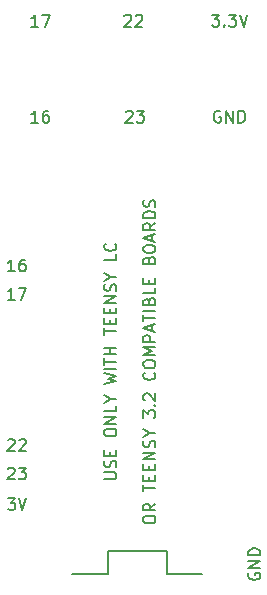
<source format=gto>
G04 #@! TF.FileFunction,Legend,Top*
%FSLAX46Y46*%
G04 Gerber Fmt 4.6, Leading zero omitted, Abs format (unit mm)*
G04 Created by KiCad (PCBNEW 4.0.4+e1-6308~48~ubuntu14.04.1-stable) date Fri Nov 18 15:56:57 2016*
%MOMM*%
%LPD*%
G01*
G04 APERTURE LIST*
%ADD10C,0.100000*%
%ADD11C,0.127000*%
%ADD12C,0.150000*%
G04 APERTURE END LIST*
D10*
D11*
X99700000Y-123901000D02*
X96700000Y-123901000D01*
X104700000Y-123901000D02*
X107700000Y-123901000D01*
X99700000Y-121901000D02*
X99700000Y-123901000D01*
X104700000Y-121901000D02*
X99700000Y-121901000D01*
X104700000Y-123901000D02*
X104700000Y-121901000D01*
D12*
X102723381Y-119344382D02*
X102723381Y-119153905D01*
X102771000Y-119058667D01*
X102866238Y-118963429D01*
X103056714Y-118915810D01*
X103390048Y-118915810D01*
X103580524Y-118963429D01*
X103675762Y-119058667D01*
X103723381Y-119153905D01*
X103723381Y-119344382D01*
X103675762Y-119439620D01*
X103580524Y-119534858D01*
X103390048Y-119582477D01*
X103056714Y-119582477D01*
X102866238Y-119534858D01*
X102771000Y-119439620D01*
X102723381Y-119344382D01*
X103723381Y-117915810D02*
X103247190Y-118249144D01*
X103723381Y-118487239D02*
X102723381Y-118487239D01*
X102723381Y-118106286D01*
X102771000Y-118011048D01*
X102818619Y-117963429D01*
X102913857Y-117915810D01*
X103056714Y-117915810D01*
X103151952Y-117963429D01*
X103199571Y-118011048D01*
X103247190Y-118106286D01*
X103247190Y-118487239D01*
X102723381Y-116868191D02*
X102723381Y-116296762D01*
X103723381Y-116582477D02*
X102723381Y-116582477D01*
X103199571Y-115963429D02*
X103199571Y-115630095D01*
X103723381Y-115487238D02*
X103723381Y-115963429D01*
X102723381Y-115963429D01*
X102723381Y-115487238D01*
X103199571Y-115058667D02*
X103199571Y-114725333D01*
X103723381Y-114582476D02*
X103723381Y-115058667D01*
X102723381Y-115058667D01*
X102723381Y-114582476D01*
X103723381Y-114153905D02*
X102723381Y-114153905D01*
X103723381Y-113582476D01*
X102723381Y-113582476D01*
X103675762Y-113153905D02*
X103723381Y-113011048D01*
X103723381Y-112772952D01*
X103675762Y-112677714D01*
X103628143Y-112630095D01*
X103532905Y-112582476D01*
X103437667Y-112582476D01*
X103342429Y-112630095D01*
X103294810Y-112677714D01*
X103247190Y-112772952D01*
X103199571Y-112963429D01*
X103151952Y-113058667D01*
X103104333Y-113106286D01*
X103009095Y-113153905D01*
X102913857Y-113153905D01*
X102818619Y-113106286D01*
X102771000Y-113058667D01*
X102723381Y-112963429D01*
X102723381Y-112725333D01*
X102771000Y-112582476D01*
X103247190Y-111963429D02*
X103723381Y-111963429D01*
X102723381Y-112296762D02*
X103247190Y-111963429D01*
X102723381Y-111630095D01*
X102723381Y-110630095D02*
X102723381Y-110011047D01*
X103104333Y-110344381D01*
X103104333Y-110201523D01*
X103151952Y-110106285D01*
X103199571Y-110058666D01*
X103294810Y-110011047D01*
X103532905Y-110011047D01*
X103628143Y-110058666D01*
X103675762Y-110106285D01*
X103723381Y-110201523D01*
X103723381Y-110487238D01*
X103675762Y-110582476D01*
X103628143Y-110630095D01*
X103628143Y-109582476D02*
X103675762Y-109534857D01*
X103723381Y-109582476D01*
X103675762Y-109630095D01*
X103628143Y-109582476D01*
X103723381Y-109582476D01*
X102818619Y-109153905D02*
X102771000Y-109106286D01*
X102723381Y-109011048D01*
X102723381Y-108772952D01*
X102771000Y-108677714D01*
X102818619Y-108630095D01*
X102913857Y-108582476D01*
X103009095Y-108582476D01*
X103151952Y-108630095D01*
X103723381Y-109201524D01*
X103723381Y-108582476D01*
X103628143Y-106820571D02*
X103675762Y-106868190D01*
X103723381Y-107011047D01*
X103723381Y-107106285D01*
X103675762Y-107249143D01*
X103580524Y-107344381D01*
X103485286Y-107392000D01*
X103294810Y-107439619D01*
X103151952Y-107439619D01*
X102961476Y-107392000D01*
X102866238Y-107344381D01*
X102771000Y-107249143D01*
X102723381Y-107106285D01*
X102723381Y-107011047D01*
X102771000Y-106868190D01*
X102818619Y-106820571D01*
X102723381Y-106201524D02*
X102723381Y-106011047D01*
X102771000Y-105915809D01*
X102866238Y-105820571D01*
X103056714Y-105772952D01*
X103390048Y-105772952D01*
X103580524Y-105820571D01*
X103675762Y-105915809D01*
X103723381Y-106011047D01*
X103723381Y-106201524D01*
X103675762Y-106296762D01*
X103580524Y-106392000D01*
X103390048Y-106439619D01*
X103056714Y-106439619D01*
X102866238Y-106392000D01*
X102771000Y-106296762D01*
X102723381Y-106201524D01*
X103723381Y-105344381D02*
X102723381Y-105344381D01*
X103437667Y-105011047D01*
X102723381Y-104677714D01*
X103723381Y-104677714D01*
X103723381Y-104201524D02*
X102723381Y-104201524D01*
X102723381Y-103820571D01*
X102771000Y-103725333D01*
X102818619Y-103677714D01*
X102913857Y-103630095D01*
X103056714Y-103630095D01*
X103151952Y-103677714D01*
X103199571Y-103725333D01*
X103247190Y-103820571D01*
X103247190Y-104201524D01*
X103437667Y-103249143D02*
X103437667Y-102772952D01*
X103723381Y-103344381D02*
X102723381Y-103011048D01*
X103723381Y-102677714D01*
X102723381Y-102487238D02*
X102723381Y-101915809D01*
X103723381Y-102201524D02*
X102723381Y-102201524D01*
X103723381Y-101582476D02*
X102723381Y-101582476D01*
X103199571Y-100772952D02*
X103247190Y-100630095D01*
X103294810Y-100582476D01*
X103390048Y-100534857D01*
X103532905Y-100534857D01*
X103628143Y-100582476D01*
X103675762Y-100630095D01*
X103723381Y-100725333D01*
X103723381Y-101106286D01*
X102723381Y-101106286D01*
X102723381Y-100772952D01*
X102771000Y-100677714D01*
X102818619Y-100630095D01*
X102913857Y-100582476D01*
X103009095Y-100582476D01*
X103104333Y-100630095D01*
X103151952Y-100677714D01*
X103199571Y-100772952D01*
X103199571Y-101106286D01*
X103723381Y-99630095D02*
X103723381Y-100106286D01*
X102723381Y-100106286D01*
X103199571Y-99296762D02*
X103199571Y-98963428D01*
X103723381Y-98820571D02*
X103723381Y-99296762D01*
X102723381Y-99296762D01*
X102723381Y-98820571D01*
X103199571Y-97296761D02*
X103247190Y-97153904D01*
X103294810Y-97106285D01*
X103390048Y-97058666D01*
X103532905Y-97058666D01*
X103628143Y-97106285D01*
X103675762Y-97153904D01*
X103723381Y-97249142D01*
X103723381Y-97630095D01*
X102723381Y-97630095D01*
X102723381Y-97296761D01*
X102771000Y-97201523D01*
X102818619Y-97153904D01*
X102913857Y-97106285D01*
X103009095Y-97106285D01*
X103104333Y-97153904D01*
X103151952Y-97201523D01*
X103199571Y-97296761D01*
X103199571Y-97630095D01*
X102723381Y-96439619D02*
X102723381Y-96249142D01*
X102771000Y-96153904D01*
X102866238Y-96058666D01*
X103056714Y-96011047D01*
X103390048Y-96011047D01*
X103580524Y-96058666D01*
X103675762Y-96153904D01*
X103723381Y-96249142D01*
X103723381Y-96439619D01*
X103675762Y-96534857D01*
X103580524Y-96630095D01*
X103390048Y-96677714D01*
X103056714Y-96677714D01*
X102866238Y-96630095D01*
X102771000Y-96534857D01*
X102723381Y-96439619D01*
X103437667Y-95630095D02*
X103437667Y-95153904D01*
X103723381Y-95725333D02*
X102723381Y-95392000D01*
X103723381Y-95058666D01*
X103723381Y-94153904D02*
X103247190Y-94487238D01*
X103723381Y-94725333D02*
X102723381Y-94725333D01*
X102723381Y-94344380D01*
X102771000Y-94249142D01*
X102818619Y-94201523D01*
X102913857Y-94153904D01*
X103056714Y-94153904D01*
X103151952Y-94201523D01*
X103199571Y-94249142D01*
X103247190Y-94344380D01*
X103247190Y-94725333D01*
X103723381Y-93725333D02*
X102723381Y-93725333D01*
X102723381Y-93487238D01*
X102771000Y-93344380D01*
X102866238Y-93249142D01*
X102961476Y-93201523D01*
X103151952Y-93153904D01*
X103294810Y-93153904D01*
X103485286Y-93201523D01*
X103580524Y-93249142D01*
X103675762Y-93344380D01*
X103723381Y-93487238D01*
X103723381Y-93725333D01*
X103675762Y-92772952D02*
X103723381Y-92630095D01*
X103723381Y-92391999D01*
X103675762Y-92296761D01*
X103628143Y-92249142D01*
X103532905Y-92201523D01*
X103437667Y-92201523D01*
X103342429Y-92249142D01*
X103294810Y-92296761D01*
X103247190Y-92391999D01*
X103199571Y-92582476D01*
X103151952Y-92677714D01*
X103104333Y-92725333D01*
X103009095Y-92772952D01*
X102913857Y-92772952D01*
X102818619Y-92725333D01*
X102771000Y-92677714D01*
X102723381Y-92582476D01*
X102723381Y-92344380D01*
X102771000Y-92201523D01*
X99421381Y-115844382D02*
X100230905Y-115844382D01*
X100326143Y-115796763D01*
X100373762Y-115749144D01*
X100421381Y-115653906D01*
X100421381Y-115463429D01*
X100373762Y-115368191D01*
X100326143Y-115320572D01*
X100230905Y-115272953D01*
X99421381Y-115272953D01*
X100373762Y-114844382D02*
X100421381Y-114701525D01*
X100421381Y-114463429D01*
X100373762Y-114368191D01*
X100326143Y-114320572D01*
X100230905Y-114272953D01*
X100135667Y-114272953D01*
X100040429Y-114320572D01*
X99992810Y-114368191D01*
X99945190Y-114463429D01*
X99897571Y-114653906D01*
X99849952Y-114749144D01*
X99802333Y-114796763D01*
X99707095Y-114844382D01*
X99611857Y-114844382D01*
X99516619Y-114796763D01*
X99469000Y-114749144D01*
X99421381Y-114653906D01*
X99421381Y-114415810D01*
X99469000Y-114272953D01*
X99897571Y-113844382D02*
X99897571Y-113511048D01*
X100421381Y-113368191D02*
X100421381Y-113844382D01*
X99421381Y-113844382D01*
X99421381Y-113368191D01*
X99421381Y-111987239D02*
X99421381Y-111796762D01*
X99469000Y-111701524D01*
X99564238Y-111606286D01*
X99754714Y-111558667D01*
X100088048Y-111558667D01*
X100278524Y-111606286D01*
X100373762Y-111701524D01*
X100421381Y-111796762D01*
X100421381Y-111987239D01*
X100373762Y-112082477D01*
X100278524Y-112177715D01*
X100088048Y-112225334D01*
X99754714Y-112225334D01*
X99564238Y-112177715D01*
X99469000Y-112082477D01*
X99421381Y-111987239D01*
X100421381Y-111130096D02*
X99421381Y-111130096D01*
X100421381Y-110558667D01*
X99421381Y-110558667D01*
X100421381Y-109606286D02*
X100421381Y-110082477D01*
X99421381Y-110082477D01*
X99945190Y-109082477D02*
X100421381Y-109082477D01*
X99421381Y-109415810D02*
X99945190Y-109082477D01*
X99421381Y-108749143D01*
X99421381Y-107749143D02*
X100421381Y-107511048D01*
X99707095Y-107320571D01*
X100421381Y-107130095D01*
X99421381Y-106892000D01*
X100421381Y-106511048D02*
X99421381Y-106511048D01*
X99421381Y-106177715D02*
X99421381Y-105606286D01*
X100421381Y-105892001D02*
X99421381Y-105892001D01*
X100421381Y-105272953D02*
X99421381Y-105272953D01*
X99897571Y-105272953D02*
X99897571Y-104701524D01*
X100421381Y-104701524D02*
X99421381Y-104701524D01*
X99421381Y-103606286D02*
X99421381Y-103034857D01*
X100421381Y-103320572D02*
X99421381Y-103320572D01*
X99897571Y-102701524D02*
X99897571Y-102368190D01*
X100421381Y-102225333D02*
X100421381Y-102701524D01*
X99421381Y-102701524D01*
X99421381Y-102225333D01*
X99897571Y-101796762D02*
X99897571Y-101463428D01*
X100421381Y-101320571D02*
X100421381Y-101796762D01*
X99421381Y-101796762D01*
X99421381Y-101320571D01*
X100421381Y-100892000D02*
X99421381Y-100892000D01*
X100421381Y-100320571D01*
X99421381Y-100320571D01*
X100373762Y-99892000D02*
X100421381Y-99749143D01*
X100421381Y-99511047D01*
X100373762Y-99415809D01*
X100326143Y-99368190D01*
X100230905Y-99320571D01*
X100135667Y-99320571D01*
X100040429Y-99368190D01*
X99992810Y-99415809D01*
X99945190Y-99511047D01*
X99897571Y-99701524D01*
X99849952Y-99796762D01*
X99802333Y-99844381D01*
X99707095Y-99892000D01*
X99611857Y-99892000D01*
X99516619Y-99844381D01*
X99469000Y-99796762D01*
X99421381Y-99701524D01*
X99421381Y-99463428D01*
X99469000Y-99320571D01*
X99945190Y-98701524D02*
X100421381Y-98701524D01*
X99421381Y-99034857D02*
X99945190Y-98701524D01*
X99421381Y-98368190D01*
X100421381Y-96796761D02*
X100421381Y-97272952D01*
X99421381Y-97272952D01*
X100326143Y-95891999D02*
X100373762Y-95939618D01*
X100421381Y-96082475D01*
X100421381Y-96177713D01*
X100373762Y-96320571D01*
X100278524Y-96415809D01*
X100183286Y-96463428D01*
X99992810Y-96511047D01*
X99849952Y-96511047D01*
X99659476Y-96463428D01*
X99564238Y-96415809D01*
X99469000Y-96320571D01*
X99421381Y-96177713D01*
X99421381Y-96082475D01*
X99469000Y-95939618D01*
X99516619Y-95891999D01*
X91238095Y-114948619D02*
X91285714Y-114901000D01*
X91380952Y-114853381D01*
X91619048Y-114853381D01*
X91714286Y-114901000D01*
X91761905Y-114948619D01*
X91809524Y-115043857D01*
X91809524Y-115139095D01*
X91761905Y-115281952D01*
X91190476Y-115853381D01*
X91809524Y-115853381D01*
X92142857Y-114853381D02*
X92761905Y-114853381D01*
X92428571Y-115234333D01*
X92571429Y-115234333D01*
X92666667Y-115281952D01*
X92714286Y-115329571D01*
X92761905Y-115424810D01*
X92761905Y-115662905D01*
X92714286Y-115758143D01*
X92666667Y-115805762D01*
X92571429Y-115853381D01*
X92285714Y-115853381D01*
X92190476Y-115805762D01*
X92142857Y-115758143D01*
X91238095Y-117453381D02*
X91857143Y-117453381D01*
X91523809Y-117834333D01*
X91666667Y-117834333D01*
X91761905Y-117881952D01*
X91809524Y-117929571D01*
X91857143Y-118024810D01*
X91857143Y-118262905D01*
X91809524Y-118358143D01*
X91761905Y-118405762D01*
X91666667Y-118453381D01*
X91380952Y-118453381D01*
X91285714Y-118405762D01*
X91238095Y-118358143D01*
X92142857Y-117453381D02*
X92476190Y-118453381D01*
X92809524Y-117453381D01*
X93809524Y-77515381D02*
X93238095Y-77515381D01*
X93523809Y-77515381D02*
X93523809Y-76515381D01*
X93428571Y-76658238D01*
X93333333Y-76753476D01*
X93238095Y-76801095D01*
X94142857Y-76515381D02*
X94809524Y-76515381D01*
X94380952Y-77515381D01*
X101112095Y-76610619D02*
X101159714Y-76563000D01*
X101254952Y-76515381D01*
X101493048Y-76515381D01*
X101588286Y-76563000D01*
X101635905Y-76610619D01*
X101683524Y-76705857D01*
X101683524Y-76801095D01*
X101635905Y-76943952D01*
X101064476Y-77515381D01*
X101683524Y-77515381D01*
X102064476Y-76610619D02*
X102112095Y-76563000D01*
X102207333Y-76515381D01*
X102445429Y-76515381D01*
X102540667Y-76563000D01*
X102588286Y-76610619D01*
X102635905Y-76705857D01*
X102635905Y-76801095D01*
X102588286Y-76943952D01*
X102016857Y-77515381D01*
X102635905Y-77515381D01*
X93809524Y-85643381D02*
X93238095Y-85643381D01*
X93523809Y-85643381D02*
X93523809Y-84643381D01*
X93428571Y-84786238D01*
X93333333Y-84881476D01*
X93238095Y-84929095D01*
X94666667Y-84643381D02*
X94476190Y-84643381D01*
X94380952Y-84691000D01*
X94333333Y-84738619D01*
X94238095Y-84881476D01*
X94190476Y-85071952D01*
X94190476Y-85452905D01*
X94238095Y-85548143D01*
X94285714Y-85595762D01*
X94380952Y-85643381D01*
X94571429Y-85643381D01*
X94666667Y-85595762D01*
X94714286Y-85548143D01*
X94761905Y-85452905D01*
X94761905Y-85214810D01*
X94714286Y-85119571D01*
X94666667Y-85071952D01*
X94571429Y-85024333D01*
X94380952Y-85024333D01*
X94285714Y-85071952D01*
X94238095Y-85119571D01*
X94190476Y-85214810D01*
X108525810Y-76515381D02*
X109144858Y-76515381D01*
X108811524Y-76896333D01*
X108954382Y-76896333D01*
X109049620Y-76943952D01*
X109097239Y-76991571D01*
X109144858Y-77086810D01*
X109144858Y-77324905D01*
X109097239Y-77420143D01*
X109049620Y-77467762D01*
X108954382Y-77515381D01*
X108668667Y-77515381D01*
X108573429Y-77467762D01*
X108525810Y-77420143D01*
X109573429Y-77420143D02*
X109621048Y-77467762D01*
X109573429Y-77515381D01*
X109525810Y-77467762D01*
X109573429Y-77420143D01*
X109573429Y-77515381D01*
X109954381Y-76515381D02*
X110573429Y-76515381D01*
X110240095Y-76896333D01*
X110382953Y-76896333D01*
X110478191Y-76943952D01*
X110525810Y-76991571D01*
X110573429Y-77086810D01*
X110573429Y-77324905D01*
X110525810Y-77420143D01*
X110478191Y-77467762D01*
X110382953Y-77515381D01*
X110097238Y-77515381D01*
X110002000Y-77467762D01*
X109954381Y-77420143D01*
X110859143Y-76515381D02*
X111192476Y-77515381D01*
X111525810Y-76515381D01*
X111661000Y-123798904D02*
X111613381Y-123894142D01*
X111613381Y-124036999D01*
X111661000Y-124179857D01*
X111756238Y-124275095D01*
X111851476Y-124322714D01*
X112041952Y-124370333D01*
X112184810Y-124370333D01*
X112375286Y-124322714D01*
X112470524Y-124275095D01*
X112565762Y-124179857D01*
X112613381Y-124036999D01*
X112613381Y-123941761D01*
X112565762Y-123798904D01*
X112518143Y-123751285D01*
X112184810Y-123751285D01*
X112184810Y-123941761D01*
X112613381Y-123322714D02*
X111613381Y-123322714D01*
X112613381Y-122751285D01*
X111613381Y-122751285D01*
X112613381Y-122275095D02*
X111613381Y-122275095D01*
X111613381Y-122037000D01*
X111661000Y-121894142D01*
X111756238Y-121798904D01*
X111851476Y-121751285D01*
X112041952Y-121703666D01*
X112184810Y-121703666D01*
X112375286Y-121751285D01*
X112470524Y-121798904D01*
X112565762Y-121894142D01*
X112613381Y-122037000D01*
X112613381Y-122275095D01*
X91238095Y-112548619D02*
X91285714Y-112501000D01*
X91380952Y-112453381D01*
X91619048Y-112453381D01*
X91714286Y-112501000D01*
X91761905Y-112548619D01*
X91809524Y-112643857D01*
X91809524Y-112739095D01*
X91761905Y-112881952D01*
X91190476Y-113453381D01*
X91809524Y-113453381D01*
X92190476Y-112548619D02*
X92238095Y-112501000D01*
X92333333Y-112453381D01*
X92571429Y-112453381D01*
X92666667Y-112501000D01*
X92714286Y-112548619D01*
X92761905Y-112643857D01*
X92761905Y-112739095D01*
X92714286Y-112881952D01*
X92142857Y-113453381D01*
X92761905Y-113453381D01*
X91809524Y-98253381D02*
X91238095Y-98253381D01*
X91523809Y-98253381D02*
X91523809Y-97253381D01*
X91428571Y-97396238D01*
X91333333Y-97491476D01*
X91238095Y-97539095D01*
X92666667Y-97253381D02*
X92476190Y-97253381D01*
X92380952Y-97301000D01*
X92333333Y-97348619D01*
X92238095Y-97491476D01*
X92190476Y-97681952D01*
X92190476Y-98062905D01*
X92238095Y-98158143D01*
X92285714Y-98205762D01*
X92380952Y-98253381D01*
X92571429Y-98253381D01*
X92666667Y-98205762D01*
X92714286Y-98158143D01*
X92761905Y-98062905D01*
X92761905Y-97824810D01*
X92714286Y-97729571D01*
X92666667Y-97681952D01*
X92571429Y-97634333D01*
X92380952Y-97634333D01*
X92285714Y-97681952D01*
X92238095Y-97729571D01*
X92190476Y-97824810D01*
X91809524Y-100653381D02*
X91238095Y-100653381D01*
X91523809Y-100653381D02*
X91523809Y-99653381D01*
X91428571Y-99796238D01*
X91333333Y-99891476D01*
X91238095Y-99939095D01*
X92142857Y-99653381D02*
X92809524Y-99653381D01*
X92380952Y-100653381D01*
X101239095Y-84738619D02*
X101286714Y-84691000D01*
X101381952Y-84643381D01*
X101620048Y-84643381D01*
X101715286Y-84691000D01*
X101762905Y-84738619D01*
X101810524Y-84833857D01*
X101810524Y-84929095D01*
X101762905Y-85071952D01*
X101191476Y-85643381D01*
X101810524Y-85643381D01*
X102143857Y-84643381D02*
X102762905Y-84643381D01*
X102429571Y-85024333D01*
X102572429Y-85024333D01*
X102667667Y-85071952D01*
X102715286Y-85119571D01*
X102762905Y-85214810D01*
X102762905Y-85452905D01*
X102715286Y-85548143D01*
X102667667Y-85595762D01*
X102572429Y-85643381D01*
X102286714Y-85643381D01*
X102191476Y-85595762D01*
X102143857Y-85548143D01*
X109240096Y-84691000D02*
X109144858Y-84643381D01*
X109002001Y-84643381D01*
X108859143Y-84691000D01*
X108763905Y-84786238D01*
X108716286Y-84881476D01*
X108668667Y-85071952D01*
X108668667Y-85214810D01*
X108716286Y-85405286D01*
X108763905Y-85500524D01*
X108859143Y-85595762D01*
X109002001Y-85643381D01*
X109097239Y-85643381D01*
X109240096Y-85595762D01*
X109287715Y-85548143D01*
X109287715Y-85214810D01*
X109097239Y-85214810D01*
X109716286Y-85643381D02*
X109716286Y-84643381D01*
X110287715Y-85643381D01*
X110287715Y-84643381D01*
X110763905Y-85643381D02*
X110763905Y-84643381D01*
X111002000Y-84643381D01*
X111144858Y-84691000D01*
X111240096Y-84786238D01*
X111287715Y-84881476D01*
X111335334Y-85071952D01*
X111335334Y-85214810D01*
X111287715Y-85405286D01*
X111240096Y-85500524D01*
X111144858Y-85595762D01*
X111002000Y-85643381D01*
X110763905Y-85643381D01*
M02*

</source>
